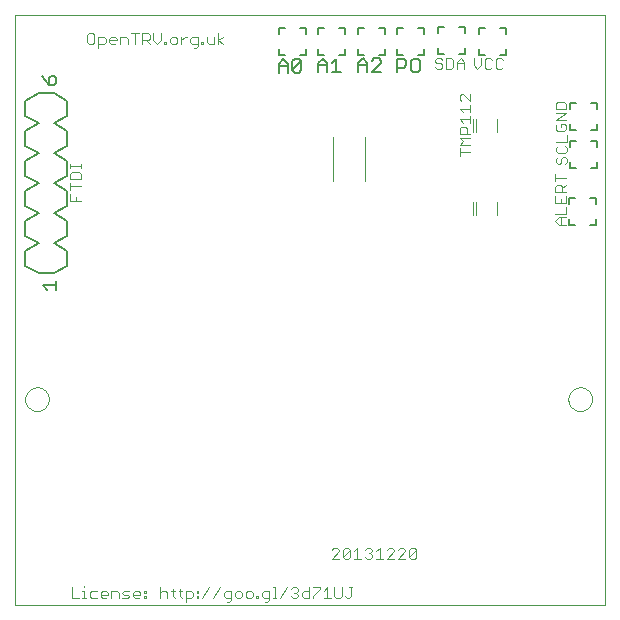
<source format=gto>
G75*
%MOIN*%
%OFA0B0*%
%FSLAX24Y24*%
%IPPOS*%
%LPD*%
%AMOC8*
5,1,8,0,0,1.08239X$1,22.5*
%
%ADD10C,0.0000*%
%ADD11C,0.0030*%
%ADD12C,0.0040*%
%ADD13C,0.0060*%
%ADD14C,0.0050*%
%ADD15C,0.0059*%
D10*
X000180Y000180D02*
X000180Y019865D01*
X019865Y019865D01*
X019865Y000180D01*
X000180Y000180D01*
X000528Y007048D02*
X000530Y007087D01*
X000536Y007126D01*
X000546Y007164D01*
X000559Y007201D01*
X000576Y007236D01*
X000596Y007270D01*
X000620Y007301D01*
X000647Y007330D01*
X000676Y007356D01*
X000708Y007379D01*
X000742Y007399D01*
X000778Y007415D01*
X000815Y007427D01*
X000854Y007436D01*
X000893Y007441D01*
X000932Y007442D01*
X000971Y007439D01*
X001010Y007432D01*
X001047Y007421D01*
X001084Y007407D01*
X001119Y007389D01*
X001152Y007368D01*
X001183Y007343D01*
X001211Y007316D01*
X001236Y007286D01*
X001258Y007253D01*
X001277Y007219D01*
X001292Y007183D01*
X001304Y007145D01*
X001312Y007107D01*
X001316Y007068D01*
X001316Y007028D01*
X001312Y006989D01*
X001304Y006951D01*
X001292Y006913D01*
X001277Y006877D01*
X001258Y006843D01*
X001236Y006810D01*
X001211Y006780D01*
X001183Y006753D01*
X001152Y006728D01*
X001119Y006707D01*
X001084Y006689D01*
X001047Y006675D01*
X001010Y006664D01*
X000971Y006657D01*
X000932Y006654D01*
X000893Y006655D01*
X000854Y006660D01*
X000815Y006669D01*
X000778Y006681D01*
X000742Y006697D01*
X000708Y006717D01*
X000676Y006740D01*
X000647Y006766D01*
X000620Y006795D01*
X000596Y006826D01*
X000576Y006860D01*
X000559Y006895D01*
X000546Y006932D01*
X000536Y006970D01*
X000530Y007009D01*
X000528Y007048D01*
X000530Y007087D01*
X000536Y007126D01*
X000546Y007164D01*
X000559Y007201D01*
X000576Y007236D01*
X000596Y007270D01*
X000620Y007301D01*
X000647Y007330D01*
X000676Y007356D01*
X000708Y007379D01*
X000742Y007399D01*
X000778Y007415D01*
X000815Y007427D01*
X000854Y007436D01*
X000893Y007441D01*
X000932Y007442D01*
X000971Y007439D01*
X001010Y007432D01*
X001047Y007421D01*
X001084Y007407D01*
X001119Y007389D01*
X001152Y007368D01*
X001183Y007343D01*
X001211Y007316D01*
X001236Y007286D01*
X001258Y007253D01*
X001277Y007219D01*
X001292Y007183D01*
X001304Y007145D01*
X001312Y007107D01*
X001316Y007068D01*
X001316Y007028D01*
X001312Y006989D01*
X001304Y006951D01*
X001292Y006913D01*
X001277Y006877D01*
X001258Y006843D01*
X001236Y006810D01*
X001211Y006780D01*
X001183Y006753D01*
X001152Y006728D01*
X001119Y006707D01*
X001084Y006689D01*
X001047Y006675D01*
X001010Y006664D01*
X000971Y006657D01*
X000932Y006654D01*
X000893Y006655D01*
X000854Y006660D01*
X000815Y006669D01*
X000778Y006681D01*
X000742Y006697D01*
X000708Y006717D01*
X000676Y006740D01*
X000647Y006766D01*
X000620Y006795D01*
X000596Y006826D01*
X000576Y006860D01*
X000559Y006895D01*
X000546Y006932D01*
X000536Y006970D01*
X000530Y007009D01*
X000528Y007048D01*
X018630Y007048D02*
X018632Y007087D01*
X018638Y007126D01*
X018648Y007164D01*
X018661Y007201D01*
X018678Y007236D01*
X018698Y007270D01*
X018722Y007301D01*
X018749Y007330D01*
X018778Y007356D01*
X018810Y007379D01*
X018844Y007399D01*
X018880Y007415D01*
X018917Y007427D01*
X018956Y007436D01*
X018995Y007441D01*
X019034Y007442D01*
X019073Y007439D01*
X019112Y007432D01*
X019149Y007421D01*
X019186Y007407D01*
X019221Y007389D01*
X019254Y007368D01*
X019285Y007343D01*
X019313Y007316D01*
X019338Y007286D01*
X019360Y007253D01*
X019379Y007219D01*
X019394Y007183D01*
X019406Y007145D01*
X019414Y007107D01*
X019418Y007068D01*
X019418Y007028D01*
X019414Y006989D01*
X019406Y006951D01*
X019394Y006913D01*
X019379Y006877D01*
X019360Y006843D01*
X019338Y006810D01*
X019313Y006780D01*
X019285Y006753D01*
X019254Y006728D01*
X019221Y006707D01*
X019186Y006689D01*
X019149Y006675D01*
X019112Y006664D01*
X019073Y006657D01*
X019034Y006654D01*
X018995Y006655D01*
X018956Y006660D01*
X018917Y006669D01*
X018880Y006681D01*
X018844Y006697D01*
X018810Y006717D01*
X018778Y006740D01*
X018749Y006766D01*
X018722Y006795D01*
X018698Y006826D01*
X018678Y006860D01*
X018661Y006895D01*
X018648Y006932D01*
X018638Y006970D01*
X018632Y007009D01*
X018630Y007048D01*
X018632Y007087D01*
X018638Y007126D01*
X018648Y007164D01*
X018661Y007201D01*
X018678Y007236D01*
X018698Y007270D01*
X018722Y007301D01*
X018749Y007330D01*
X018778Y007356D01*
X018810Y007379D01*
X018844Y007399D01*
X018880Y007415D01*
X018917Y007427D01*
X018956Y007436D01*
X018995Y007441D01*
X019034Y007442D01*
X019073Y007439D01*
X019112Y007432D01*
X019149Y007421D01*
X019186Y007407D01*
X019221Y007389D01*
X019254Y007368D01*
X019285Y007343D01*
X019313Y007316D01*
X019338Y007286D01*
X019360Y007253D01*
X019379Y007219D01*
X019394Y007183D01*
X019406Y007145D01*
X019414Y007107D01*
X019418Y007068D01*
X019418Y007028D01*
X019414Y006989D01*
X019406Y006951D01*
X019394Y006913D01*
X019379Y006877D01*
X019360Y006843D01*
X019338Y006810D01*
X019313Y006780D01*
X019285Y006753D01*
X019254Y006728D01*
X019221Y006707D01*
X019186Y006689D01*
X019149Y006675D01*
X019112Y006664D01*
X019073Y006657D01*
X019034Y006654D01*
X018995Y006655D01*
X018956Y006660D01*
X018917Y006669D01*
X018880Y006681D01*
X018844Y006697D01*
X018810Y006717D01*
X018778Y006740D01*
X018749Y006766D01*
X018722Y006795D01*
X018698Y006826D01*
X018678Y006860D01*
X018661Y006895D01*
X018648Y006932D01*
X018638Y006970D01*
X018632Y007009D01*
X018630Y007048D01*
D11*
X013567Y002034D02*
X013321Y001788D01*
X013382Y001726D01*
X013506Y001726D01*
X013567Y001788D01*
X013567Y002034D01*
X013506Y002096D01*
X013382Y002096D01*
X013321Y002034D01*
X013321Y001788D01*
X013199Y001726D02*
X012952Y001726D01*
X013199Y001973D01*
X013199Y002034D01*
X013137Y002096D01*
X013014Y002096D01*
X012952Y002034D01*
X012831Y002034D02*
X012769Y002096D01*
X012646Y002096D01*
X012584Y002034D01*
X012339Y002096D02*
X012339Y001726D01*
X012216Y001726D02*
X012462Y001726D01*
X012584Y001726D02*
X012831Y001973D01*
X012831Y002034D01*
X012831Y001726D02*
X012584Y001726D01*
X012216Y001973D02*
X012339Y002096D01*
X012094Y002034D02*
X012094Y001973D01*
X012032Y001911D01*
X012094Y001849D01*
X012094Y001788D01*
X012032Y001726D01*
X011909Y001726D01*
X011847Y001788D01*
X011726Y001726D02*
X011479Y001726D01*
X011602Y001726D02*
X011602Y002096D01*
X011479Y001973D01*
X011358Y002034D02*
X011358Y001788D01*
X011296Y001726D01*
X011172Y001726D01*
X011111Y001788D01*
X011358Y002034D01*
X011296Y002096D01*
X011172Y002096D01*
X011111Y002034D01*
X011111Y001788D01*
X010989Y001726D02*
X010742Y001726D01*
X010989Y001973D01*
X010989Y002034D01*
X010928Y002096D01*
X010804Y002096D01*
X010742Y002034D01*
X011847Y002034D02*
X011909Y002096D01*
X012032Y002096D01*
X012094Y002034D01*
X012032Y001911D02*
X011971Y001911D01*
X006213Y018758D02*
X006275Y018820D01*
X006275Y019128D01*
X006089Y019128D01*
X006028Y019067D01*
X006028Y018943D01*
X006089Y018881D01*
X006275Y018881D01*
X006396Y018881D02*
X006458Y018881D01*
X006458Y018943D01*
X006396Y018943D01*
X006396Y018881D01*
X006580Y018943D02*
X006580Y019128D01*
X006580Y018943D02*
X006642Y018881D01*
X006827Y018881D01*
X006827Y019128D01*
X006948Y019005D02*
X007134Y019128D01*
X006948Y019005D02*
X007134Y018881D01*
X006948Y018881D02*
X006948Y019252D01*
X006213Y018758D02*
X006151Y018758D01*
X005906Y019128D02*
X005844Y019128D01*
X005721Y019005D01*
X005721Y019128D02*
X005721Y018881D01*
X005599Y018943D02*
X005599Y019067D01*
X005538Y019128D01*
X005414Y019128D01*
X005352Y019067D01*
X005352Y018943D01*
X005414Y018881D01*
X005538Y018881D01*
X005599Y018943D01*
X005230Y018943D02*
X005230Y018881D01*
X005168Y018881D01*
X005168Y018943D01*
X005230Y018943D01*
X005047Y019005D02*
X005047Y019252D01*
X005047Y019005D02*
X004923Y018881D01*
X004800Y019005D01*
X004800Y019252D01*
X004679Y019190D02*
X004679Y019067D01*
X004617Y019005D01*
X004432Y019005D01*
X004555Y019005D02*
X004679Y018881D01*
X004432Y018881D02*
X004432Y019252D01*
X004617Y019252D01*
X004679Y019190D01*
X004310Y019252D02*
X004063Y019252D01*
X004187Y019252D02*
X004187Y018881D01*
X003942Y018881D02*
X003942Y019067D01*
X003880Y019128D01*
X003695Y019128D01*
X003695Y018881D01*
X003574Y019005D02*
X003574Y019067D01*
X003512Y019128D01*
X003388Y019128D01*
X003327Y019067D01*
X003327Y018943D01*
X003388Y018881D01*
X003512Y018881D01*
X003574Y019005D02*
X003327Y019005D01*
X003205Y019067D02*
X003205Y018943D01*
X003144Y018881D01*
X002958Y018881D01*
X002958Y018758D02*
X002958Y019128D01*
X003144Y019128D01*
X003205Y019067D01*
X002837Y018943D02*
X002837Y019190D01*
X002775Y019252D01*
X002652Y019252D01*
X002590Y019190D01*
X002590Y018943D01*
X002652Y018881D01*
X002775Y018881D01*
X002837Y018943D01*
D12*
X002383Y014873D02*
X002383Y014755D01*
X002383Y014814D02*
X002029Y014814D01*
X002029Y014755D02*
X002029Y014873D01*
X002088Y014629D02*
X002029Y014570D01*
X002029Y014393D01*
X002383Y014393D01*
X002383Y014570D01*
X002324Y014629D01*
X002088Y014629D01*
X002029Y014266D02*
X002029Y014030D01*
X002029Y014148D02*
X002383Y014148D01*
X002029Y013904D02*
X002029Y013668D01*
X002383Y013668D01*
X002206Y013668D02*
X002206Y013786D01*
X010796Y014324D02*
X010796Y015801D01*
X011846Y015801D02*
X011846Y014324D01*
X015007Y015169D02*
X015007Y015405D01*
X015007Y015287D02*
X015361Y015287D01*
X015361Y015532D02*
X015007Y015532D01*
X015125Y015650D01*
X015007Y015768D01*
X015361Y015768D01*
X015361Y015894D02*
X015007Y015894D01*
X015007Y016071D01*
X015066Y016130D01*
X015184Y016130D01*
X015243Y016071D01*
X015243Y015894D01*
X015449Y015965D02*
X015449Y016398D01*
X015361Y016375D02*
X015007Y016375D01*
X015125Y016257D01*
X015361Y016257D02*
X015361Y016493D01*
X015361Y016619D02*
X015361Y016855D01*
X015361Y016737D02*
X015007Y016737D01*
X015125Y016619D01*
X015066Y016982D02*
X015007Y017041D01*
X015007Y017159D01*
X015066Y017218D01*
X015125Y017218D01*
X015361Y016982D01*
X015361Y017218D01*
X015549Y016398D02*
X015549Y015965D01*
X016249Y015965D02*
X016249Y016398D01*
X016266Y018059D02*
X016207Y018118D01*
X016207Y018354D01*
X016266Y018413D01*
X016384Y018413D01*
X016443Y018354D01*
X016443Y018118D02*
X016384Y018059D01*
X016266Y018059D01*
X016080Y018118D02*
X016021Y018059D01*
X015903Y018059D01*
X015844Y018118D01*
X015844Y018354D01*
X015903Y018413D01*
X016021Y018413D01*
X016080Y018354D01*
X015718Y018413D02*
X015718Y018177D01*
X015600Y018059D01*
X015482Y018177D01*
X015482Y018413D01*
X015158Y018304D02*
X015158Y018068D01*
X015158Y018245D02*
X014922Y018245D01*
X014922Y018304D02*
X014922Y018068D01*
X014795Y018127D02*
X014795Y018363D01*
X014736Y018422D01*
X014559Y018422D01*
X014559Y018068D01*
X014736Y018068D01*
X014795Y018127D01*
X014922Y018304D02*
X015040Y018422D01*
X015158Y018304D01*
X014433Y018363D02*
X014374Y018422D01*
X014256Y018422D01*
X014197Y018363D01*
X014197Y018304D01*
X014256Y018245D01*
X014374Y018245D01*
X014433Y018186D01*
X014433Y018127D01*
X014374Y018068D01*
X014256Y018068D01*
X014197Y018127D01*
X018206Y016901D02*
X018206Y016724D01*
X018560Y016724D01*
X018560Y016901D01*
X018501Y016960D01*
X018265Y016960D01*
X018206Y016901D01*
X018206Y016597D02*
X018560Y016597D01*
X018206Y016361D01*
X018560Y016361D01*
X018501Y016235D02*
X018383Y016235D01*
X018383Y016117D01*
X018265Y016235D02*
X018206Y016176D01*
X018206Y016058D01*
X018265Y015999D01*
X018501Y015999D01*
X018560Y016058D01*
X018560Y016176D01*
X018501Y016235D01*
X018575Y015848D02*
X018575Y015612D01*
X018221Y015612D01*
X018280Y015485D02*
X018221Y015426D01*
X018221Y015308D01*
X018280Y015249D01*
X018516Y015249D01*
X018575Y015308D01*
X018575Y015426D01*
X018516Y015485D01*
X018516Y015122D02*
X018575Y015063D01*
X018575Y014945D01*
X018516Y014886D01*
X018398Y014945D02*
X018398Y015063D01*
X018457Y015122D01*
X018516Y015122D01*
X018398Y014945D02*
X018339Y014886D01*
X018280Y014886D01*
X018221Y014945D01*
X018221Y015063D01*
X018280Y015122D01*
X018195Y014555D02*
X018195Y014319D01*
X018195Y014437D02*
X018549Y014437D01*
X018549Y014192D02*
X018431Y014074D01*
X018431Y014133D02*
X018431Y013956D01*
X018549Y013956D02*
X018195Y013956D01*
X018195Y014133D01*
X018254Y014192D01*
X018372Y014192D01*
X018431Y014133D01*
X018549Y013830D02*
X018549Y013594D01*
X018195Y013594D01*
X018195Y013830D01*
X018372Y013712D02*
X018372Y013594D01*
X018549Y013467D02*
X018549Y013231D01*
X018195Y013231D01*
X018313Y013105D02*
X018195Y012987D01*
X018313Y012869D01*
X018549Y012869D01*
X018372Y012869D02*
X018372Y013105D01*
X018313Y013105D02*
X018549Y013105D01*
X016256Y013186D02*
X016256Y013619D01*
X015556Y013619D02*
X015556Y013186D01*
X015456Y013186D02*
X015456Y013619D01*
X011433Y000773D02*
X011315Y000773D01*
X011374Y000773D02*
X011374Y000478D01*
X011315Y000419D01*
X011256Y000419D01*
X011197Y000478D01*
X011071Y000478D02*
X011071Y000773D01*
X010835Y000773D02*
X010835Y000478D01*
X010894Y000419D01*
X011012Y000419D01*
X011071Y000478D01*
X010708Y000419D02*
X010472Y000419D01*
X010590Y000419D02*
X010590Y000773D01*
X010472Y000655D01*
X010346Y000714D02*
X010110Y000478D01*
X010110Y000419D01*
X009983Y000419D02*
X009983Y000773D01*
X009983Y000655D02*
X009806Y000655D01*
X009747Y000596D01*
X009747Y000478D01*
X009806Y000419D01*
X009983Y000419D01*
X010110Y000773D02*
X010346Y000773D01*
X010346Y000714D01*
X009621Y000714D02*
X009621Y000655D01*
X009562Y000596D01*
X009621Y000537D01*
X009621Y000478D01*
X009562Y000419D01*
X009444Y000419D01*
X009385Y000478D01*
X009503Y000596D02*
X009562Y000596D01*
X009621Y000714D02*
X009562Y000773D01*
X009444Y000773D01*
X009385Y000714D01*
X009258Y000773D02*
X009022Y000419D01*
X008898Y000419D02*
X008780Y000419D01*
X008839Y000419D02*
X008839Y000773D01*
X008780Y000773D01*
X008654Y000655D02*
X008477Y000655D01*
X008418Y000596D01*
X008418Y000478D01*
X008477Y000419D01*
X008654Y000419D01*
X008654Y000360D02*
X008595Y000301D01*
X008536Y000301D01*
X008654Y000360D02*
X008654Y000655D01*
X008296Y000478D02*
X008296Y000419D01*
X008237Y000419D01*
X008237Y000478D01*
X008296Y000478D01*
X008110Y000478D02*
X008110Y000596D01*
X008051Y000655D01*
X007933Y000655D01*
X007874Y000596D01*
X007874Y000478D01*
X007933Y000419D01*
X008051Y000419D01*
X008110Y000478D01*
X007748Y000478D02*
X007748Y000596D01*
X007689Y000655D01*
X007571Y000655D01*
X007512Y000596D01*
X007512Y000478D01*
X007571Y000419D01*
X007689Y000419D01*
X007748Y000478D01*
X007385Y000419D02*
X007208Y000419D01*
X007149Y000478D01*
X007149Y000596D01*
X007208Y000655D01*
X007385Y000655D01*
X007385Y000360D01*
X007326Y000301D01*
X007267Y000301D01*
X006787Y000419D02*
X007023Y000773D01*
X006660Y000773D02*
X006424Y000419D01*
X006302Y000419D02*
X006243Y000419D01*
X006243Y000478D01*
X006302Y000478D01*
X006302Y000419D01*
X006302Y000596D02*
X006243Y000596D01*
X006243Y000655D01*
X006302Y000655D01*
X006302Y000596D01*
X006116Y000596D02*
X006057Y000655D01*
X005880Y000655D01*
X005880Y000301D01*
X005880Y000419D02*
X006057Y000419D01*
X006116Y000478D01*
X006116Y000596D01*
X005757Y000655D02*
X005639Y000655D01*
X005698Y000714D02*
X005698Y000478D01*
X005757Y000419D01*
X005515Y000419D02*
X005456Y000478D01*
X005456Y000714D01*
X005397Y000655D02*
X005515Y000655D01*
X005270Y000596D02*
X005270Y000419D01*
X005270Y000596D02*
X005211Y000655D01*
X005093Y000655D01*
X005034Y000596D01*
X005034Y000773D02*
X005034Y000419D01*
X004550Y000419D02*
X004491Y000419D01*
X004491Y000478D01*
X004550Y000478D01*
X004550Y000419D01*
X004550Y000596D02*
X004491Y000596D01*
X004491Y000655D01*
X004550Y000655D01*
X004550Y000596D01*
X004364Y000596D02*
X004305Y000655D01*
X004187Y000655D01*
X004128Y000596D01*
X004128Y000478D01*
X004187Y000419D01*
X004305Y000419D01*
X004364Y000537D02*
X004128Y000537D01*
X004002Y000478D02*
X003943Y000537D01*
X003825Y000537D01*
X003766Y000596D01*
X003825Y000655D01*
X004002Y000655D01*
X004002Y000478D02*
X003943Y000419D01*
X003766Y000419D01*
X003639Y000419D02*
X003639Y000596D01*
X003580Y000655D01*
X003403Y000655D01*
X003403Y000419D01*
X003277Y000537D02*
X003041Y000537D01*
X003041Y000596D02*
X003100Y000655D01*
X003218Y000655D01*
X003277Y000596D01*
X003277Y000537D01*
X003218Y000419D02*
X003100Y000419D01*
X003041Y000478D01*
X003041Y000596D01*
X002914Y000655D02*
X002737Y000655D01*
X002678Y000596D01*
X002678Y000478D01*
X002737Y000419D01*
X002914Y000419D01*
X002554Y000419D02*
X002436Y000419D01*
X002495Y000419D02*
X002495Y000655D01*
X002436Y000655D01*
X002495Y000773D02*
X002495Y000832D01*
X002074Y000773D02*
X002074Y000419D01*
X002310Y000419D01*
X004364Y000537D02*
X004364Y000596D01*
D13*
X001473Y011250D02*
X000973Y011250D01*
X000523Y011500D01*
X000523Y012000D01*
X000973Y012250D01*
X000523Y012500D01*
X000523Y013000D01*
X000973Y013250D01*
X000523Y013500D01*
X000523Y014000D01*
X000973Y014250D01*
X000523Y014500D01*
X000523Y015000D01*
X000973Y015250D01*
X000523Y015500D01*
X000523Y016000D01*
X000973Y016250D01*
X000523Y016500D01*
X000523Y017000D01*
X000973Y017250D01*
X001473Y017250D01*
X001923Y017000D01*
X001923Y016500D01*
X001473Y016250D01*
X001923Y016000D01*
X001923Y015500D01*
X001473Y015250D01*
X001923Y015000D01*
X001923Y014500D01*
X001473Y014250D01*
X001923Y014000D01*
X001923Y013500D01*
X001473Y013250D01*
X001923Y013000D01*
X001923Y012500D01*
X001473Y012250D01*
X001923Y012000D01*
X001923Y011500D01*
X001473Y011250D01*
X008972Y018512D02*
X008972Y018712D01*
X008972Y018512D02*
X009172Y018512D01*
X009672Y018512D02*
X009872Y018512D01*
X009872Y018712D01*
X010289Y018720D02*
X010289Y018520D01*
X010489Y018520D01*
X010989Y018520D02*
X011189Y018520D01*
X011189Y018720D01*
X011623Y018731D02*
X011623Y018531D01*
X011823Y018531D01*
X012323Y018531D02*
X012523Y018531D01*
X012523Y018731D01*
X012924Y018726D02*
X012924Y018526D01*
X013124Y018526D01*
X013624Y018526D02*
X013824Y018526D01*
X013824Y018726D01*
X013824Y019226D02*
X013824Y019426D01*
X013624Y019426D01*
X013124Y019426D02*
X012924Y019426D01*
X012924Y019226D01*
X012523Y019231D02*
X012523Y019431D01*
X012323Y019431D01*
X011823Y019431D02*
X011623Y019431D01*
X011623Y019231D01*
X011189Y019220D02*
X011189Y019420D01*
X010989Y019420D01*
X010489Y019420D02*
X010289Y019420D01*
X010289Y019220D01*
X009872Y019212D02*
X009872Y019412D01*
X009672Y019412D01*
X009172Y019412D02*
X008972Y019412D01*
X008972Y019212D01*
X014271Y019251D02*
X014271Y019451D01*
X014471Y019451D01*
X014971Y019451D02*
X015171Y019451D01*
X015171Y019251D01*
X015171Y018751D02*
X015171Y018551D01*
X014971Y018551D01*
X014471Y018551D02*
X014271Y018551D01*
X014271Y018751D01*
X015649Y018733D02*
X015649Y018533D01*
X015849Y018533D01*
X016349Y018533D02*
X016549Y018533D01*
X016549Y018733D01*
X016549Y019233D02*
X016549Y019433D01*
X016349Y019433D01*
X015849Y019433D02*
X015649Y019433D01*
X015649Y019233D01*
X018688Y016929D02*
X018688Y016729D01*
X018688Y016929D02*
X018888Y016929D01*
X019388Y016929D02*
X019588Y016929D01*
X019588Y016729D01*
X019588Y016229D02*
X019588Y016029D01*
X019388Y016029D01*
X019397Y015665D02*
X019597Y015665D01*
X019597Y015465D01*
X019597Y014965D02*
X019597Y014765D01*
X019397Y014765D01*
X018897Y014765D02*
X018697Y014765D01*
X018697Y014965D01*
X018697Y015465D02*
X018697Y015665D01*
X018897Y015665D01*
X018888Y016029D02*
X018688Y016029D01*
X018688Y016229D01*
X018669Y013749D02*
X018669Y013549D01*
X018669Y013749D02*
X018869Y013749D01*
X019369Y013749D02*
X019569Y013749D01*
X019569Y013549D01*
X019569Y013049D02*
X019569Y012849D01*
X019369Y012849D01*
X018869Y012849D02*
X018669Y012849D01*
X018669Y013049D01*
D14*
X013688Y018026D02*
X013688Y018327D01*
X013613Y018402D01*
X013463Y018402D01*
X013388Y018327D01*
X013388Y018026D01*
X013463Y017951D01*
X013613Y017951D01*
X013688Y018026D01*
X013228Y018176D02*
X013153Y018101D01*
X012928Y018101D01*
X012928Y017951D02*
X012928Y018402D01*
X013153Y018402D01*
X013228Y018327D01*
X013228Y018176D01*
X012388Y018257D02*
X012388Y018332D01*
X012313Y018407D01*
X012163Y018407D01*
X012088Y018332D01*
X011927Y018257D02*
X011927Y017956D01*
X012088Y017956D02*
X012388Y018257D01*
X012388Y017956D02*
X012088Y017956D01*
X011927Y018182D02*
X011627Y018182D01*
X011627Y018257D02*
X011627Y017956D01*
X011627Y018257D02*
X011777Y018407D01*
X011927Y018257D01*
X011053Y017945D02*
X010753Y017945D01*
X010903Y017945D02*
X010903Y018396D01*
X010753Y018246D01*
X010593Y018246D02*
X010593Y017945D01*
X010593Y018171D02*
X010293Y018171D01*
X010293Y018246D02*
X010443Y018396D01*
X010593Y018246D01*
X010293Y018246D02*
X010293Y017945D01*
X009736Y018012D02*
X009661Y017937D01*
X009511Y017937D01*
X009436Y018012D01*
X009736Y018312D01*
X009736Y018012D01*
X009436Y018012D02*
X009436Y018312D01*
X009511Y018388D01*
X009661Y018388D01*
X009736Y018312D01*
X009276Y018237D02*
X009276Y017937D01*
X009276Y018162D02*
X008976Y018162D01*
X008976Y018237D02*
X009126Y018388D01*
X009276Y018237D01*
X008976Y018237D02*
X008976Y017937D01*
X001548Y017751D02*
X001548Y017600D01*
X001473Y017525D01*
X001323Y017525D01*
X001323Y017751D01*
X001398Y017826D01*
X001473Y017826D01*
X001548Y017751D01*
X001323Y017525D02*
X001173Y017675D01*
X001097Y017826D01*
X001560Y011001D02*
X001560Y010701D01*
X001560Y010851D02*
X001109Y010851D01*
X001259Y010701D01*
D15*
X010866Y014541D03*
M02*

</source>
